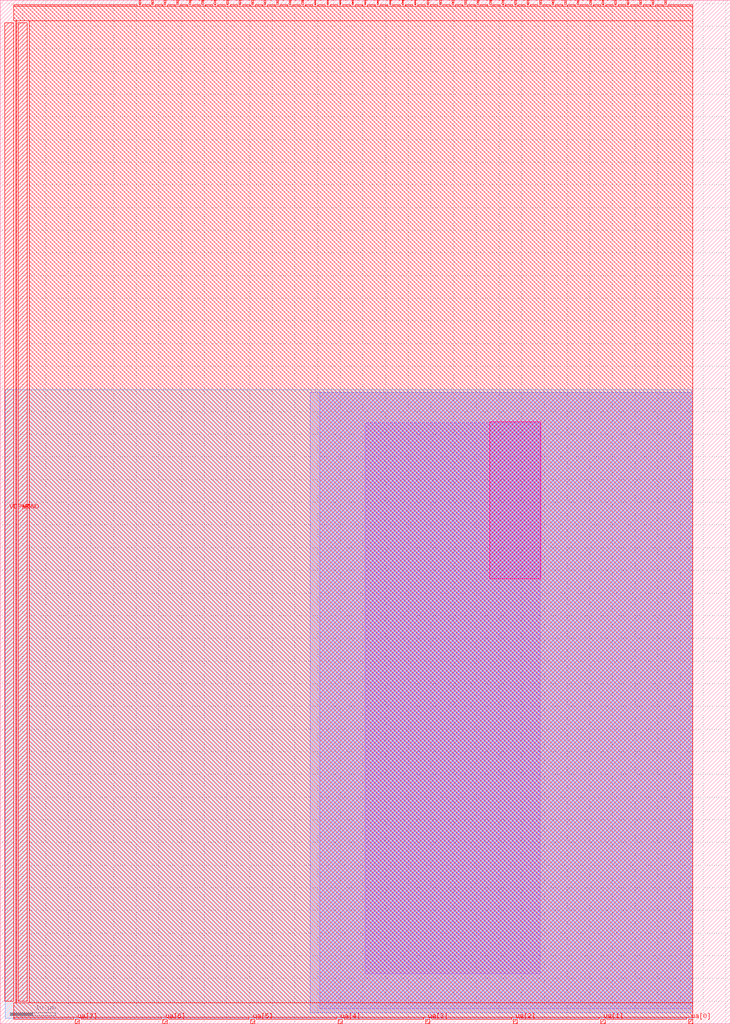
<source format=lef>
VERSION 5.7 ;
  NOWIREEXTENSIONATPIN ON ;
  DIVIDERCHAR "/" ;
  BUSBITCHARS "[]" ;
MACRO tt_um_sudana_ota5t_1
  CLASS BLOCK ;
  FOREIGN tt_um_sudana_ota5t_1 ;
  ORIGIN 0.000 0.000 ;
  SIZE 161.000 BY 225.760 ;
  PIN clk
    DIRECTION INPUT ;
    USE SIGNAL ;
    PORT
      LAYER met4 ;
        RECT 143.830 224.760 144.130 225.760 ;
    END
  END clk
  PIN ena
    DIRECTION INPUT ;
    USE SIGNAL ;
    PORT
      LAYER met4 ;
        RECT 146.590 224.760 146.890 225.760 ;
    END
  END ena
  PIN rst_n
    DIRECTION INPUT ;
    USE SIGNAL ;
    PORT
      LAYER met4 ;
        RECT 141.070 224.760 141.370 225.760 ;
    END
  END rst_n
  PIN ua[0]
    DIRECTION INOUT ;
    USE SIGNAL ;
    ANTENNADIFFAREA 2.030000 ;
    PORT
      LAYER met4 ;
        RECT 151.810 0.000 152.710 1.000 ;
    END
  END ua[0]
  PIN ua[1]
    DIRECTION INOUT ;
    USE SIGNAL ;
    ANTENNAGATEAREA 16.000000 ;
    ANTENNADIFFAREA 1.160000 ;
    PORT
      LAYER met4 ;
        RECT 132.490 0.000 133.390 1.000 ;
    END
  END ua[1]
  PIN ua[2]
    DIRECTION INOUT ;
    USE SIGNAL ;
    ANTENNAGATEAREA 1.000000 ;
    PORT
      LAYER met4 ;
        RECT 113.170 0.000 114.070 1.000 ;
    END
  END ua[2]
  PIN ua[3]
    DIRECTION INOUT ;
    USE SIGNAL ;
    ANTENNAGATEAREA 1.000000 ;
    PORT
      LAYER met4 ;
        RECT 93.850 0.000 94.750 1.000 ;
    END
  END ua[3]
  PIN ua[4]
    DIRECTION INOUT ;
    USE SIGNAL ;
    PORT
      LAYER met4 ;
        RECT 74.530 0.000 75.430 1.000 ;
    END
  END ua[4]
  PIN ua[5]
    DIRECTION INOUT ;
    USE SIGNAL ;
    PORT
      LAYER met4 ;
        RECT 55.210 0.000 56.110 1.000 ;
    END
  END ua[5]
  PIN ua[6]
    DIRECTION INOUT ;
    USE SIGNAL ;
    PORT
      LAYER met4 ;
        RECT 35.890 0.000 36.790 1.000 ;
    END
  END ua[6]
  PIN ua[7]
    DIRECTION INOUT ;
    USE SIGNAL ;
    PORT
      LAYER met4 ;
        RECT 16.570 0.000 17.470 1.000 ;
    END
  END ua[7]
  PIN ui_in[0]
    DIRECTION INPUT ;
    USE SIGNAL ;
    PORT
      LAYER met4 ;
        RECT 138.310 224.760 138.610 225.760 ;
    END
  END ui_in[0]
  PIN ui_in[1]
    DIRECTION INPUT ;
    USE SIGNAL ;
    PORT
      LAYER met4 ;
        RECT 135.550 224.760 135.850 225.760 ;
    END
  END ui_in[1]
  PIN ui_in[2]
    DIRECTION INPUT ;
    USE SIGNAL ;
    PORT
      LAYER met4 ;
        RECT 132.790 224.760 133.090 225.760 ;
    END
  END ui_in[2]
  PIN ui_in[3]
    DIRECTION INPUT ;
    USE SIGNAL ;
    PORT
      LAYER met4 ;
        RECT 130.030 224.760 130.330 225.760 ;
    END
  END ui_in[3]
  PIN ui_in[4]
    DIRECTION INPUT ;
    USE SIGNAL ;
    PORT
      LAYER met4 ;
        RECT 127.270 224.760 127.570 225.760 ;
    END
  END ui_in[4]
  PIN ui_in[5]
    DIRECTION INPUT ;
    USE SIGNAL ;
    PORT
      LAYER met4 ;
        RECT 124.510 224.760 124.810 225.760 ;
    END
  END ui_in[5]
  PIN ui_in[6]
    DIRECTION INPUT ;
    USE SIGNAL ;
    PORT
      LAYER met4 ;
        RECT 121.750 224.760 122.050 225.760 ;
    END
  END ui_in[6]
  PIN ui_in[7]
    DIRECTION INPUT ;
    USE SIGNAL ;
    PORT
      LAYER met4 ;
        RECT 118.990 224.760 119.290 225.760 ;
    END
  END ui_in[7]
  PIN uio_in[0]
    DIRECTION INPUT ;
    USE SIGNAL ;
    PORT
      LAYER met4 ;
        RECT 116.230 224.760 116.530 225.760 ;
    END
  END uio_in[0]
  PIN uio_in[1]
    DIRECTION INPUT ;
    USE SIGNAL ;
    PORT
      LAYER met4 ;
        RECT 113.470 224.760 113.770 225.760 ;
    END
  END uio_in[1]
  PIN uio_in[2]
    DIRECTION INPUT ;
    USE SIGNAL ;
    PORT
      LAYER met4 ;
        RECT 110.710 224.760 111.010 225.760 ;
    END
  END uio_in[2]
  PIN uio_in[3]
    DIRECTION INPUT ;
    USE SIGNAL ;
    PORT
      LAYER met4 ;
        RECT 107.950 224.760 108.250 225.760 ;
    END
  END uio_in[3]
  PIN uio_in[4]
    DIRECTION INPUT ;
    USE SIGNAL ;
    PORT
      LAYER met4 ;
        RECT 105.190 224.760 105.490 225.760 ;
    END
  END uio_in[4]
  PIN uio_in[5]
    DIRECTION INPUT ;
    USE SIGNAL ;
    PORT
      LAYER met4 ;
        RECT 102.430 224.760 102.730 225.760 ;
    END
  END uio_in[5]
  PIN uio_in[6]
    DIRECTION INPUT ;
    USE SIGNAL ;
    PORT
      LAYER met4 ;
        RECT 99.670 224.760 99.970 225.760 ;
    END
  END uio_in[6]
  PIN uio_in[7]
    DIRECTION INPUT ;
    USE SIGNAL ;
    PORT
      LAYER met4 ;
        RECT 96.910 224.760 97.210 225.760 ;
    END
  END uio_in[7]
  PIN uio_oe[0]
    DIRECTION OUTPUT ;
    USE SIGNAL ;
    ANTENNADIFFAREA 12.179999 ;
    PORT
      LAYER met4 ;
        RECT 49.990 224.760 50.290 225.760 ;
    END
  END uio_oe[0]
  PIN uio_oe[1]
    DIRECTION OUTPUT ;
    USE SIGNAL ;
    ANTENNADIFFAREA 12.179999 ;
    PORT
      LAYER met4 ;
        RECT 47.230 224.760 47.530 225.760 ;
    END
  END uio_oe[1]
  PIN uio_oe[2]
    DIRECTION OUTPUT ;
    USE SIGNAL ;
    ANTENNADIFFAREA 12.179999 ;
    PORT
      LAYER met4 ;
        RECT 44.470 224.760 44.770 225.760 ;
    END
  END uio_oe[2]
  PIN uio_oe[3]
    DIRECTION OUTPUT ;
    USE SIGNAL ;
    ANTENNADIFFAREA 12.179999 ;
    PORT
      LAYER met4 ;
        RECT 41.710 224.760 42.010 225.760 ;
    END
  END uio_oe[3]
  PIN uio_oe[4]
    DIRECTION OUTPUT ;
    USE SIGNAL ;
    ANTENNADIFFAREA 12.179999 ;
    PORT
      LAYER met4 ;
        RECT 38.950 224.760 39.250 225.760 ;
    END
  END uio_oe[4]
  PIN uio_oe[5]
    DIRECTION OUTPUT ;
    USE SIGNAL ;
    ANTENNADIFFAREA 12.179999 ;
    PORT
      LAYER met4 ;
        RECT 36.190 224.760 36.490 225.760 ;
    END
  END uio_oe[5]
  PIN uio_oe[6]
    DIRECTION OUTPUT ;
    USE SIGNAL ;
    ANTENNADIFFAREA 12.179999 ;
    PORT
      LAYER met4 ;
        RECT 33.430 224.760 33.730 225.760 ;
    END
  END uio_oe[6]
  PIN uio_oe[7]
    DIRECTION OUTPUT ;
    USE SIGNAL ;
    ANTENNADIFFAREA 12.179999 ;
    PORT
      LAYER met4 ;
        RECT 30.670 224.760 30.970 225.760 ;
    END
  END uio_oe[7]
  PIN uio_out[0]
    DIRECTION OUTPUT ;
    USE SIGNAL ;
    ANTENNADIFFAREA 12.179999 ;
    PORT
      LAYER met4 ;
        RECT 72.070 224.760 72.370 225.760 ;
    END
  END uio_out[0]
  PIN uio_out[1]
    DIRECTION OUTPUT ;
    USE SIGNAL ;
    ANTENNADIFFAREA 12.179999 ;
    PORT
      LAYER met4 ;
        RECT 69.310 224.760 69.610 225.760 ;
    END
  END uio_out[1]
  PIN uio_out[2]
    DIRECTION OUTPUT ;
    USE SIGNAL ;
    ANTENNADIFFAREA 12.179999 ;
    PORT
      LAYER met4 ;
        RECT 66.550 224.760 66.850 225.760 ;
    END
  END uio_out[2]
  PIN uio_out[3]
    DIRECTION OUTPUT ;
    USE SIGNAL ;
    ANTENNADIFFAREA 12.179999 ;
    PORT
      LAYER met4 ;
        RECT 63.790 224.760 64.090 225.760 ;
    END
  END uio_out[3]
  PIN uio_out[4]
    DIRECTION OUTPUT ;
    USE SIGNAL ;
    ANTENNADIFFAREA 12.179999 ;
    PORT
      LAYER met4 ;
        RECT 61.030 224.760 61.330 225.760 ;
    END
  END uio_out[4]
  PIN uio_out[5]
    DIRECTION OUTPUT ;
    USE SIGNAL ;
    ANTENNADIFFAREA 12.179999 ;
    PORT
      LAYER met4 ;
        RECT 58.270 224.760 58.570 225.760 ;
    END
  END uio_out[5]
  PIN uio_out[6]
    DIRECTION OUTPUT ;
    USE SIGNAL ;
    ANTENNADIFFAREA 12.179999 ;
    PORT
      LAYER met4 ;
        RECT 55.510 224.760 55.810 225.760 ;
    END
  END uio_out[6]
  PIN uio_out[7]
    DIRECTION OUTPUT ;
    USE SIGNAL ;
    ANTENNADIFFAREA 12.179999 ;
    PORT
      LAYER met4 ;
        RECT 52.750 224.760 53.050 225.760 ;
    END
  END uio_out[7]
  PIN uo_out[0]
    DIRECTION OUTPUT ;
    USE SIGNAL ;
    ANTENNADIFFAREA 12.179999 ;
    PORT
      LAYER met4 ;
        RECT 94.150 224.760 94.450 225.760 ;
    END
  END uo_out[0]
  PIN uo_out[1]
    DIRECTION OUTPUT ;
    USE SIGNAL ;
    ANTENNADIFFAREA 12.179999 ;
    PORT
      LAYER met4 ;
        RECT 91.390 224.760 91.690 225.760 ;
    END
  END uo_out[1]
  PIN uo_out[2]
    DIRECTION OUTPUT ;
    USE SIGNAL ;
    ANTENNADIFFAREA 12.179999 ;
    PORT
      LAYER met4 ;
        RECT 88.630 224.760 88.930 225.760 ;
    END
  END uo_out[2]
  PIN uo_out[3]
    DIRECTION OUTPUT ;
    USE SIGNAL ;
    ANTENNADIFFAREA 12.179999 ;
    PORT
      LAYER met4 ;
        RECT 85.870 224.760 86.170 225.760 ;
    END
  END uo_out[3]
  PIN uo_out[4]
    DIRECTION OUTPUT ;
    USE SIGNAL ;
    ANTENNADIFFAREA 12.179999 ;
    PORT
      LAYER met4 ;
        RECT 83.110 224.760 83.410 225.760 ;
    END
  END uo_out[4]
  PIN uo_out[5]
    DIRECTION OUTPUT ;
    USE SIGNAL ;
    ANTENNADIFFAREA 12.179999 ;
    PORT
      LAYER met4 ;
        RECT 80.350 224.760 80.650 225.760 ;
    END
  END uo_out[5]
  PIN uo_out[6]
    DIRECTION OUTPUT ;
    USE SIGNAL ;
    ANTENNADIFFAREA 12.179999 ;
    PORT
      LAYER met4 ;
        RECT 77.590 224.760 77.890 225.760 ;
    END
  END uo_out[6]
  PIN uo_out[7]
    DIRECTION OUTPUT ;
    USE SIGNAL ;
    ANTENNADIFFAREA 12.179999 ;
    PORT
      LAYER met4 ;
        RECT 74.830 224.760 75.130 225.760 ;
    END
  END uo_out[7]
  PIN VDPWR
    DIRECTION INOUT ;
    USE POWER ;
    PORT
      LAYER met4 ;
        RECT 1.000 5.000 3.000 220.760 ;
    END
  END VDPWR
  PIN VGND
    DIRECTION INOUT ;
    USE GROUND ;
    PORT
      LAYER met4 ;
        RECT 4.000 5.000 6.000 220.760 ;
    END
  END VGND
  OBS
      LAYER nwell ;
        RECT 107.960 98.110 119.240 132.740 ;
      LAYER li1 ;
        RECT 80.535 10.995 119.060 132.560 ;
      LAYER met1 ;
        RECT 70.510 3.360 152.740 139.300 ;
      LAYER met2 ;
        RECT 68.365 2.390 152.730 139.260 ;
      LAYER met3 ;
        RECT 1.150 1.200 152.735 139.860 ;
      LAYER met4 ;
        RECT 3.000 224.360 30.270 224.760 ;
        RECT 31.370 224.360 33.030 224.760 ;
        RECT 34.130 224.360 35.790 224.760 ;
        RECT 36.890 224.360 38.550 224.760 ;
        RECT 39.650 224.360 41.310 224.760 ;
        RECT 42.410 224.360 44.070 224.760 ;
        RECT 45.170 224.360 46.830 224.760 ;
        RECT 47.930 224.360 49.590 224.760 ;
        RECT 50.690 224.360 52.350 224.760 ;
        RECT 53.450 224.360 55.110 224.760 ;
        RECT 56.210 224.360 57.870 224.760 ;
        RECT 58.970 224.360 60.630 224.760 ;
        RECT 61.730 224.360 63.390 224.760 ;
        RECT 64.490 224.360 66.150 224.760 ;
        RECT 67.250 224.360 68.910 224.760 ;
        RECT 70.010 224.360 71.670 224.760 ;
        RECT 72.770 224.360 74.430 224.760 ;
        RECT 75.530 224.360 77.190 224.760 ;
        RECT 78.290 224.360 79.950 224.760 ;
        RECT 81.050 224.360 82.710 224.760 ;
        RECT 83.810 224.360 85.470 224.760 ;
        RECT 86.570 224.360 88.230 224.760 ;
        RECT 89.330 224.360 90.990 224.760 ;
        RECT 92.090 224.360 93.750 224.760 ;
        RECT 94.850 224.360 96.510 224.760 ;
        RECT 97.610 224.360 99.270 224.760 ;
        RECT 100.370 224.360 102.030 224.760 ;
        RECT 103.130 224.360 104.790 224.760 ;
        RECT 105.890 224.360 107.550 224.760 ;
        RECT 108.650 224.360 110.310 224.760 ;
        RECT 111.410 224.360 113.070 224.760 ;
        RECT 114.170 224.360 115.830 224.760 ;
        RECT 116.930 224.360 118.590 224.760 ;
        RECT 119.690 224.360 121.350 224.760 ;
        RECT 122.450 224.360 124.110 224.760 ;
        RECT 125.210 224.360 126.870 224.760 ;
        RECT 127.970 224.360 129.630 224.760 ;
        RECT 130.730 224.360 132.390 224.760 ;
        RECT 133.490 224.360 135.150 224.760 ;
        RECT 136.250 224.360 137.910 224.760 ;
        RECT 139.010 224.360 140.670 224.760 ;
        RECT 141.770 224.360 143.430 224.760 ;
        RECT 144.530 224.360 146.190 224.760 ;
        RECT 147.290 224.360 152.710 224.760 ;
        RECT 3.000 221.160 152.710 224.360 ;
        RECT 3.400 4.600 3.600 221.160 ;
        RECT 6.400 4.600 152.710 221.160 ;
        RECT 3.000 1.400 152.710 4.600 ;
        RECT 3.000 1.000 16.170 1.400 ;
        RECT 17.870 1.000 35.490 1.400 ;
        RECT 37.190 1.000 54.810 1.400 ;
        RECT 56.510 1.000 74.130 1.400 ;
        RECT 75.830 1.000 93.450 1.400 ;
        RECT 95.150 1.000 112.770 1.400 ;
        RECT 114.470 1.000 132.090 1.400 ;
        RECT 133.790 1.000 151.410 1.400 ;
  END
END tt_um_sudana_ota5t_1
END LIBRARY


</source>
